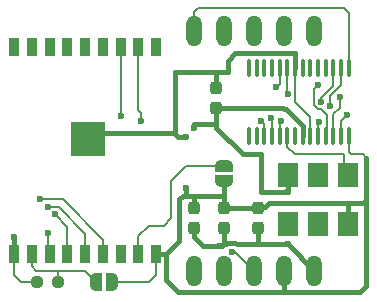
<source format=gtl>
G04 #@! TF.GenerationSoftware,KiCad,Pcbnew,8.0.3*
G04 #@! TF.CreationDate,2024-06-16T13:56:30+02:00*
G04 #@! TF.ProjectId,UPET-Wifi,55504554-2d57-4696-9669-2e6b69636164,rev?*
G04 #@! TF.SameCoordinates,Original*
G04 #@! TF.FileFunction,Copper,L1,Top*
G04 #@! TF.FilePolarity,Positive*
%FSLAX46Y46*%
G04 Gerber Fmt 4.6, Leading zero omitted, Abs format (unit mm)*
G04 Created by KiCad (PCBNEW 8.0.3) date 2024-06-16 13:56:30*
%MOMM*%
%LPD*%
G01*
G04 APERTURE LIST*
G04 Aperture macros list*
%AMRoundRect*
0 Rectangle with rounded corners*
0 $1 Rounding radius*
0 $2 $3 $4 $5 $6 $7 $8 $9 X,Y pos of 4 corners*
0 Add a 4 corners polygon primitive as box body*
4,1,4,$2,$3,$4,$5,$6,$7,$8,$9,$2,$3,0*
0 Add four circle primitives for the rounded corners*
1,1,$1+$1,$2,$3*
1,1,$1+$1,$4,$5*
1,1,$1+$1,$6,$7*
1,1,$1+$1,$8,$9*
0 Add four rect primitives between the rounded corners*
20,1,$1+$1,$2,$3,$4,$5,0*
20,1,$1+$1,$4,$5,$6,$7,0*
20,1,$1+$1,$6,$7,$8,$9,0*
20,1,$1+$1,$8,$9,$2,$3,0*%
%AMFreePoly0*
4,1,19,0.500000,-0.750000,0.000000,-0.750000,0.000000,-0.744911,-0.071157,-0.744911,-0.207708,-0.704816,-0.327430,-0.627875,-0.420627,-0.520320,-0.479746,-0.390866,-0.500000,-0.250000,-0.500000,0.250000,-0.479746,0.390866,-0.420627,0.520320,-0.327430,0.627875,-0.207708,0.704816,-0.071157,0.744911,0.000000,0.744911,0.000000,0.750000,0.500000,0.750000,0.500000,-0.750000,0.500000,-0.750000,
$1*%
%AMFreePoly1*
4,1,19,0.000000,0.744911,0.071157,0.744911,0.207708,0.704816,0.327430,0.627875,0.420627,0.520320,0.479746,0.390866,0.500000,0.250000,0.500000,-0.250000,0.479746,-0.390866,0.420627,-0.520320,0.327430,-0.627875,0.207708,-0.704816,0.071157,-0.744911,0.000000,-0.744911,0.000000,-0.750000,-0.500000,-0.750000,-0.500000,0.750000,0.000000,0.750000,0.000000,0.744911,0.000000,0.744911,
$1*%
G04 Aperture macros list end*
G04 #@! TA.AperFunction,SMDPad,CuDef*
%ADD10RoundRect,0.237500X0.237500X-0.300000X0.237500X0.300000X-0.237500X0.300000X-0.237500X-0.300000X0*%
G04 #@! TD*
G04 #@! TA.AperFunction,SMDPad,CuDef*
%ADD11R,0.900000X1.500000*%
G04 #@! TD*
G04 #@! TA.AperFunction,HeatsinkPad*
%ADD12C,0.600000*%
G04 #@! TD*
G04 #@! TA.AperFunction,SMDPad,CuDef*
%ADD13R,2.900000X2.900000*%
G04 #@! TD*
G04 #@! TA.AperFunction,SMDPad,CuDef*
%ADD14RoundRect,0.100000X0.100000X-0.637500X0.100000X0.637500X-0.100000X0.637500X-0.100000X-0.637500X0*%
G04 #@! TD*
G04 #@! TA.AperFunction,SMDPad,CuDef*
%ADD15FreePoly0,180.000000*%
G04 #@! TD*
G04 #@! TA.AperFunction,SMDPad,CuDef*
%ADD16FreePoly1,180.000000*%
G04 #@! TD*
G04 #@! TA.AperFunction,ComponentPad*
%ADD17O,1.320800X2.641600*%
G04 #@! TD*
G04 #@! TA.AperFunction,SMDPad,CuDef*
%ADD18RoundRect,0.237500X-0.250000X-0.237500X0.250000X-0.237500X0.250000X0.237500X-0.250000X0.237500X0*%
G04 #@! TD*
G04 #@! TA.AperFunction,SMDPad,CuDef*
%ADD19R,1.800000X2.000000*%
G04 #@! TD*
G04 #@! TA.AperFunction,SMDPad,CuDef*
%ADD20FreePoly0,90.000000*%
G04 #@! TD*
G04 #@! TA.AperFunction,SMDPad,CuDef*
%ADD21FreePoly1,90.000000*%
G04 #@! TD*
G04 #@! TA.AperFunction,ViaPad*
%ADD22C,0.600000*%
G04 #@! TD*
G04 #@! TA.AperFunction,Conductor*
%ADD23C,0.400000*%
G04 #@! TD*
G04 #@! TA.AperFunction,Conductor*
%ADD24C,0.200000*%
G04 #@! TD*
G04 APERTURE END LIST*
D10*
X146367500Y-101827500D03*
X146367500Y-100102500D03*
D11*
X125762500Y-104000000D03*
X127262500Y-104000000D03*
X128762500Y-104000000D03*
X130262500Y-104000000D03*
X131762500Y-104000000D03*
X133262500Y-104000000D03*
X134762500Y-104000000D03*
X136262500Y-104000000D03*
X137762500Y-104000000D03*
X137762500Y-86500000D03*
X136262500Y-86500000D03*
X134762500Y-86500000D03*
X133262500Y-86500000D03*
X131762500Y-86500000D03*
X130262500Y-86500000D03*
X128762500Y-86500000D03*
X127262500Y-86500000D03*
X125762500Y-86500000D03*
D12*
X131412500Y-95390000D03*
X132512500Y-95390000D03*
X130862500Y-94840000D03*
X131962500Y-94840000D03*
X133062500Y-94840000D03*
X131412500Y-94290000D03*
D13*
X131962500Y-94290000D03*
D12*
X132512500Y-94290000D03*
X130862500Y-93740000D03*
X131962500Y-93740000D03*
X133062500Y-93740000D03*
X131412500Y-93190000D03*
X132512500Y-93190000D03*
D14*
X145635000Y-93985000D03*
X146285000Y-93985000D03*
X146935000Y-93985000D03*
X147585000Y-93985000D03*
X148235000Y-93985000D03*
X148885000Y-93985000D03*
X149535000Y-93985000D03*
X150185000Y-93985000D03*
X150835000Y-93985000D03*
X151485000Y-93985000D03*
X152135000Y-93985000D03*
X152785000Y-93985000D03*
X153435000Y-93985000D03*
X154085000Y-93985000D03*
X154085000Y-88260000D03*
X153435000Y-88260000D03*
X152785000Y-88260000D03*
X152135000Y-88260000D03*
X151485000Y-88260000D03*
X150835000Y-88260000D03*
X150185000Y-88260000D03*
X149535000Y-88260000D03*
X148885000Y-88260000D03*
X148235000Y-88260000D03*
X147585000Y-88260000D03*
X146935000Y-88260000D03*
X146285000Y-88260000D03*
X145635000Y-88260000D03*
D15*
X134000000Y-106362500D03*
D16*
X132700000Y-106362500D03*
D17*
X151130000Y-85090000D03*
X148590000Y-85090000D03*
X146050000Y-85090000D03*
X143510000Y-85090000D03*
X140970000Y-85090000D03*
X140970000Y-105410000D03*
X143510000Y-105410000D03*
X146050000Y-105410000D03*
X148590000Y-105410000D03*
X151130000Y-105410000D03*
D18*
X127675000Y-106362500D03*
X129500000Y-106362500D03*
D10*
X142875000Y-91667500D03*
X142875000Y-89942500D03*
X143510000Y-101827500D03*
X143510000Y-100102500D03*
X140970000Y-101827500D03*
X140970000Y-100102500D03*
D19*
X148907500Y-101477500D03*
X151447500Y-101477500D03*
X153987500Y-101477500D03*
X153987500Y-97277500D03*
X151447500Y-97277500D03*
X148907500Y-97277500D03*
D20*
X143510000Y-97805000D03*
D21*
X143510000Y-96505000D03*
D22*
X140335000Y-98425000D03*
X140970000Y-93345000D03*
X140335000Y-94095000D03*
X144165730Y-103792235D03*
X148333601Y-92726274D03*
X151567690Y-92796930D03*
X148907500Y-98742500D03*
X148907500Y-103187500D03*
X125730000Y-102552500D03*
X143177500Y-103329620D03*
X127952500Y-99377500D03*
X128587500Y-100012500D03*
X129222500Y-100647500D03*
X128587500Y-102235000D03*
X134795380Y-92310000D03*
X146685000Y-92710000D03*
X136525000Y-92710000D03*
X147512235Y-92507500D03*
X147955000Y-89852500D03*
X148907500Y-90487500D03*
X151765000Y-91122500D03*
X152525265Y-91502633D03*
X151459226Y-89668025D03*
X153335843Y-90719082D03*
X153893679Y-92257809D03*
D23*
X140970000Y-99060000D02*
X140335000Y-99060000D01*
X140335000Y-98425000D02*
X140335000Y-99060000D01*
X140335000Y-99060000D02*
X140017500Y-99060000D01*
X140017500Y-99060000D02*
X139700000Y-99377500D01*
X139700000Y-99377500D02*
X139700000Y-102870000D01*
X139700000Y-102870000D02*
X138570000Y-104000000D01*
D24*
X136262500Y-104000000D02*
X136262500Y-102497500D01*
X136262500Y-102497500D02*
X137160000Y-101600000D01*
X137160000Y-101600000D02*
X138430000Y-101600000D01*
X138430000Y-101600000D02*
X139065000Y-100965000D01*
X139065000Y-100965000D02*
X139065000Y-97790000D01*
X139065000Y-97790000D02*
X140335000Y-96520000D01*
X140335000Y-96520000D02*
X140970000Y-96520000D01*
X140970000Y-96520000D02*
X140985000Y-96505000D01*
X140985000Y-96505000D02*
X143510000Y-96505000D01*
D23*
X140970000Y-101827500D02*
X140970000Y-102552500D01*
X140970000Y-102552500D02*
X141747120Y-103329620D01*
X141747120Y-103329620D02*
X143177500Y-103329620D01*
X143510000Y-99060000D02*
X143510000Y-97805000D01*
X143510000Y-100102500D02*
X143510000Y-99060000D01*
X143510000Y-99060000D02*
X140970000Y-99060000D01*
X140970000Y-99060000D02*
X140970000Y-100102500D01*
X140970000Y-93027500D02*
X142875000Y-93027500D01*
X140970000Y-93027500D02*
X140970000Y-93345000D01*
X139660000Y-94095000D02*
X140335000Y-94095000D01*
X139305000Y-93740000D02*
X139660000Y-94095000D01*
D24*
X147585000Y-92580265D02*
X147512235Y-92507500D01*
D23*
X150185000Y-93985000D02*
X150185000Y-93187622D01*
D24*
X148235000Y-93985000D02*
X148235000Y-92824875D01*
X147585000Y-93985000D02*
X147585000Y-92580265D01*
X148235000Y-92824875D02*
X148333601Y-92726274D01*
D23*
X150185000Y-93187622D02*
X148754878Y-91757500D01*
X148590000Y-91757500D02*
X148500000Y-91667500D01*
X148500000Y-91667500D02*
X142875000Y-91667500D01*
D24*
X148885000Y-93985000D02*
X148885000Y-94910000D01*
X153670000Y-95567500D02*
X153670000Y-96960000D01*
X148885000Y-94910000D02*
X149542500Y-95567500D01*
X153670000Y-96960000D02*
X153987500Y-97277500D01*
X149542500Y-95567500D02*
X153670000Y-95567500D01*
X152135000Y-93985000D02*
X152239620Y-93880380D01*
X151115000Y-90012251D02*
X151459226Y-89668025D01*
X151115000Y-91391739D02*
X151115000Y-90012251D01*
X151716739Y-91742500D02*
X151465761Y-91742500D01*
X152239620Y-93880380D02*
X152239620Y-92265381D01*
X152239620Y-92265381D02*
X151716739Y-91742500D01*
X151485000Y-93985000D02*
X151485000Y-92879620D01*
X151465761Y-91742500D02*
X151115000Y-91391739D01*
X151485000Y-92879620D02*
X151567690Y-92796930D01*
D23*
X146367500Y-103187500D02*
X144621656Y-103187500D01*
X143855069Y-103042235D02*
X143709804Y-103187500D01*
D24*
X144165730Y-103792235D02*
X144432235Y-103792235D01*
D23*
X143709804Y-103187500D02*
X143510000Y-103187500D01*
X144476391Y-103042235D02*
X143855069Y-103042235D01*
X143367880Y-103329620D02*
X143177500Y-103329620D01*
X143510000Y-101827500D02*
X143510000Y-103187500D01*
X144621656Y-103187500D02*
X144476391Y-103042235D01*
X143510000Y-103187500D02*
X143367880Y-103329620D01*
D24*
X144432235Y-103792235D02*
X146050000Y-105410000D01*
D23*
X148907500Y-98742500D02*
X146685000Y-98742500D01*
X145097500Y-95567500D02*
X146685000Y-95567500D01*
X146685000Y-98742500D02*
X146685000Y-95567500D01*
X142875000Y-93027500D02*
X142875000Y-93345000D01*
X142875000Y-93345000D02*
X145097500Y-95567500D01*
X142875000Y-93027500D02*
X142875000Y-91667500D01*
X148590000Y-107250000D02*
X155005000Y-107250000D01*
X155005000Y-107250000D02*
X155510000Y-106745000D01*
X155510000Y-106745000D02*
X155510000Y-99442500D01*
X138570000Y-104000000D02*
X138570000Y-106185000D01*
X138570000Y-106185000D02*
X139635000Y-107250000D01*
X139635000Y-107250000D02*
X148590000Y-107250000D01*
X148590000Y-107250000D02*
X148590000Y-105410000D01*
X143827500Y-88582500D02*
X143827500Y-87630000D01*
X144462500Y-86995000D02*
X149542500Y-86995000D01*
X143827500Y-87630000D02*
X144462500Y-86995000D01*
X149542500Y-86995000D02*
X149535000Y-87002500D01*
X149535000Y-87002500D02*
X149535000Y-88260000D01*
X140652500Y-88582500D02*
X142875000Y-88582500D01*
X142875000Y-88582500D02*
X143827500Y-88582500D01*
X142875000Y-89942500D02*
X142875000Y-88582500D01*
X139382500Y-88582500D02*
X140652500Y-88582500D01*
X139382500Y-93662500D02*
X139382500Y-88582500D01*
X139305000Y-93740000D02*
X139382500Y-93662500D01*
X133062500Y-93740000D02*
X139305000Y-93740000D01*
X153987500Y-99695000D02*
X155257500Y-99695000D01*
X155257500Y-99695000D02*
X155510000Y-99442500D01*
X155510000Y-99442500D02*
X155510000Y-95885000D01*
X146367500Y-100052500D02*
X146962500Y-100052500D01*
X146962500Y-100052500D02*
X147320000Y-99695000D01*
X147320000Y-99695000D02*
X153987500Y-99695000D01*
X153987500Y-99695000D02*
X153987500Y-101477500D01*
X148907500Y-97277500D02*
X148907500Y-98742500D01*
X146367500Y-103187500D02*
X148907500Y-103187500D01*
X148907500Y-103187500D02*
X151130000Y-105410000D01*
X146367500Y-103187500D02*
X146367500Y-101877500D01*
X143510000Y-100102500D02*
X146317500Y-100102500D01*
X146317500Y-100102500D02*
X146367500Y-100052500D01*
X138570000Y-104000000D02*
X137762500Y-104000000D01*
D24*
X125762500Y-105760000D02*
X125762500Y-104000000D01*
D23*
X125762500Y-104000000D02*
X125762500Y-102585000D01*
X125762500Y-102585000D02*
X125730000Y-102552500D01*
D24*
X134000000Y-106362500D02*
X137160000Y-106362500D01*
X137160000Y-106362500D02*
X137762500Y-105760000D01*
X137762500Y-105760000D02*
X137762500Y-104000000D01*
X129540000Y-105410000D02*
X131747500Y-105410000D01*
X131747500Y-105410000D02*
X132700000Y-106362500D01*
X127262500Y-104000000D02*
X127262500Y-105037500D01*
X127262500Y-105037500D02*
X127635000Y-105410000D01*
X127635000Y-105410000D02*
X129540000Y-105410000D01*
X129540000Y-105410000D02*
X129500000Y-105450000D01*
X129500000Y-105450000D02*
X129500000Y-106362500D01*
X125762500Y-105760000D02*
X126365000Y-106362500D01*
X126365000Y-106362500D02*
X127675000Y-106362500D01*
X134762500Y-92277120D02*
X134795380Y-92310000D01*
X134762500Y-86500000D02*
X134762500Y-92277120D01*
X146935000Y-92960000D02*
X146685000Y-92710000D01*
X136525000Y-92710000D02*
X136525000Y-92075000D01*
X146935000Y-93985000D02*
X146935000Y-92960000D01*
X136525000Y-92075000D02*
X136262500Y-91812500D01*
X136262500Y-91812500D02*
X136262500Y-86500000D01*
X148235000Y-89572500D02*
X147955000Y-89852500D01*
X148235000Y-88260000D02*
X148235000Y-89572500D01*
X148885000Y-90465000D02*
X148907500Y-90487500D01*
X148885000Y-88260000D02*
X148885000Y-90465000D01*
X153435000Y-89700686D02*
X152525265Y-90610421D01*
X153335843Y-91601790D02*
X153335843Y-90719082D01*
X152785000Y-89785000D02*
X151765000Y-90805000D01*
X151765000Y-90805000D02*
X151765000Y-91122500D01*
X153435000Y-88260000D02*
X153435000Y-89700686D01*
X152525265Y-90610421D02*
X152525265Y-91502633D01*
X152785000Y-88260000D02*
X152785000Y-89785000D01*
X152785000Y-92152633D02*
X153335843Y-91601790D01*
X152785000Y-93985000D02*
X152785000Y-92152633D01*
X153435000Y-92716488D02*
X153893679Y-92257809D01*
X153435000Y-93985000D02*
X153435000Y-92716488D01*
X150835000Y-93985000D02*
X150835000Y-92415000D01*
X150835000Y-92415000D02*
X149542500Y-91122500D01*
X149542500Y-91122500D02*
X149542500Y-90487500D01*
X149542500Y-90487500D02*
X149535000Y-90480000D01*
X149535000Y-90480000D02*
X149535000Y-88260000D01*
X154085000Y-93985000D02*
X154085000Y-95347500D01*
X154085000Y-95347500D02*
X154305000Y-95567500D01*
X154305000Y-95567500D02*
X155257500Y-95567500D01*
X155257500Y-95567500D02*
X155575000Y-95885000D01*
X141287500Y-83185000D02*
X140970000Y-83502500D01*
X140970000Y-83502500D02*
X140970000Y-85090000D01*
X154085000Y-88260000D02*
X154085000Y-83600000D01*
X154085000Y-83600000D02*
X153670000Y-83185000D01*
X153670000Y-83185000D02*
X141287500Y-83185000D01*
X131762500Y-102268261D02*
X129506739Y-100012500D01*
X131762500Y-104000000D02*
X131762500Y-102268261D01*
X130262500Y-101687500D02*
X129222500Y-100647500D01*
X130262500Y-104000000D02*
X130262500Y-101687500D01*
X128587500Y-102235000D02*
X128587500Y-103825000D01*
X129506739Y-100012500D02*
X128587500Y-100012500D01*
X128587500Y-103825000D02*
X128762500Y-104000000D01*
X133262500Y-104000000D02*
X133262500Y-102782500D01*
X133262500Y-102782500D02*
X129857500Y-99377500D01*
X129857500Y-99377500D02*
X127952500Y-99377500D01*
M02*

</source>
